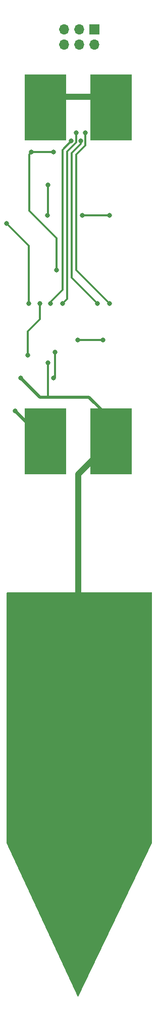
<source format=gbr>
%TF.GenerationSoftware,KiCad,Pcbnew,7.0.2*%
%TF.CreationDate,2023-05-10T23:17:19+02:00*%
%TF.ProjectId,ESPlant-Board,4553506c-616e-4742-9d42-6f6172642e6b,rev?*%
%TF.SameCoordinates,PX76c48e7PY1665c4c*%
%TF.FileFunction,Copper,L2,Bot*%
%TF.FilePolarity,Positive*%
%FSLAX46Y46*%
G04 Gerber Fmt 4.6, Leading zero omitted, Abs format (unit mm)*
G04 Created by KiCad (PCBNEW 7.0.2) date 2023-05-10 23:17:19*
%MOMM*%
%LPD*%
G01*
G04 APERTURE LIST*
%TA.AperFunction,ComponentPad*%
%ADD10R,1.700000X1.700000*%
%TD*%
%TA.AperFunction,ComponentPad*%
%ADD11O,1.700000X1.700000*%
%TD*%
%TA.AperFunction,SMDPad,CuDef*%
%ADD12R,7.000025X11.000025*%
%TD*%
%TA.AperFunction,ViaPad*%
%ADD13C,0.800000*%
%TD*%
%TA.AperFunction,Conductor*%
%ADD14C,0.300000*%
%TD*%
%TA.AperFunction,Conductor*%
%ADD15C,0.500000*%
%TD*%
%TA.AperFunction,Conductor*%
%ADD16C,1.000000*%
%TD*%
G04 APERTURE END LIST*
D10*
%TO.P,J2,1,Pin_1*%
%TO.N,+3.3V*%
X17182937Y-3440000D03*
D11*
%TO.P,J2,2,Pin_2*%
%TO.N,/TX*%
X17182937Y-5980000D03*
%TO.P,J2,3,Pin_3*%
%TO.N,/GPIO0*%
X14642937Y-3440000D03*
%TO.P,J2,4,Pin_4*%
%TO.N,/RX*%
X14642937Y-5980000D03*
%TO.P,J2,5,Pin_5*%
%TO.N,GND*%
X12102937Y-3440000D03*
%TO.P,J2,6,Pin_6*%
%TO.N,/GPIO2*%
X12102937Y-5980000D03*
%TD*%
D12*
%TO.P,BT1,1,+*%
%TO.N,+3.3V*%
X8942937Y-72220000D03*
%TO.P,BT1,2,-*%
%TO.N,Net-(BT1-+-Pad3)*%
X8942937Y-16469936D03*
%TO.P,BT1,3,+*%
X19942937Y-16469936D03*
%TO.P,BT1,4,-*%
%TO.N,GND*%
X19942937Y-72220000D03*
%TD*%
D13*
%TO.N,+3.3V*%
X3862937Y-67140000D03*
X10287687Y-61708750D03*
X18562937Y-55294000D03*
X14336937Y-55344000D03*
X10526937Y-57376000D03*
%TO.N,GND*%
X6142937Y-49220000D03*
X2462937Y-35880000D03*
X4762937Y-61640000D03*
X9362937Y-59154000D03*
%TO.N,/GPIO0*%
X11796937Y-49248000D03*
X14082937Y-20674484D03*
%TO.N,/TX*%
X15606937Y-20674484D03*
X19670937Y-49248000D03*
%TO.N,/GPIO2*%
X9764937Y-49248000D03*
X13298960Y-22048023D03*
%TO.N,/RX*%
X17638937Y-49248000D03*
X14832437Y-22087375D03*
%TO.N,/AD0*%
X7982937Y-49220000D03*
X5954937Y-57884000D03*
%TO.N,/GPIO4*%
X10780937Y-43660000D03*
X10282937Y-23920000D03*
X6602937Y-23920000D03*
%TO.N,/RST*%
X9362937Y-29440000D03*
X15098937Y-34516000D03*
X9256937Y-34516000D03*
X19670937Y-34516000D03*
%TD*%
D14*
%TO.N,+3.3V*%
X14336937Y-55344000D02*
X18512937Y-55344000D01*
X10526937Y-57376000D02*
X10526937Y-61469500D01*
X10526937Y-61469500D02*
X10287687Y-61708750D01*
D15*
X3862937Y-67140000D02*
X8942937Y-72220000D01*
D14*
%TO.N,GND*%
X2462937Y-35880000D02*
X6142937Y-39560000D01*
D15*
X19942937Y-72220000D02*
X19942937Y-68540000D01*
X19942937Y-68540000D02*
X16262937Y-64860000D01*
X7982937Y-64860000D02*
X4762937Y-61640000D01*
D16*
X14422937Y-104394484D02*
X14422937Y-77740000D01*
X14422937Y-77740000D02*
X19942937Y-72220000D01*
D15*
X14422937Y-106492868D02*
X14422937Y-104692868D01*
X9362937Y-64860000D02*
X7982937Y-64860000D01*
X16262937Y-64860000D02*
X9362937Y-64860000D01*
D14*
X6142937Y-39560000D02*
X6142937Y-49220000D01*
D15*
X14422937Y-104692868D02*
X14382937Y-104652868D01*
D14*
X9362937Y-59154000D02*
X9362937Y-64860000D01*
%TO.N,/GPIO0*%
X12558937Y-48486000D02*
X11796937Y-49248000D01*
X14082937Y-22324000D02*
X14082937Y-20674484D01*
X12558937Y-23848000D02*
X12558937Y-48486000D01*
X14082937Y-22324000D02*
X12558937Y-23848000D01*
%TO.N,/TX*%
X14082937Y-43660000D02*
X14082937Y-24356000D01*
X14082937Y-24356000D02*
X15606937Y-22832000D01*
X19670937Y-49248000D02*
X14082937Y-43660000D01*
X15606937Y-22832000D02*
X15606937Y-20674484D01*
%TO.N,/GPIO2*%
X11796937Y-46962000D02*
X11796937Y-23550046D01*
X9764937Y-48994000D02*
X11796937Y-46962000D01*
X11796937Y-23550046D02*
X13298960Y-22048023D01*
X9764937Y-49248000D02*
X9764937Y-48994000D01*
%TO.N,/RX*%
X13320937Y-24102000D02*
X13320937Y-44930000D01*
X14844937Y-22578000D02*
X14844937Y-22099875D01*
X13320937Y-44930000D02*
X17638937Y-49248000D01*
X14844937Y-22578000D02*
X13320937Y-24102000D01*
%TO.N,/AD0*%
X5954937Y-53914000D02*
X7982937Y-51886000D01*
X7982937Y-51886000D02*
X7982937Y-49220000D01*
X5954937Y-57884000D02*
X5954937Y-53914000D01*
%TO.N,/GPIO4*%
X6208937Y-33754000D02*
X10780937Y-38326000D01*
X10780937Y-38326000D02*
X10780937Y-43660000D01*
X6602937Y-23920000D02*
X6208937Y-24314000D01*
X6602937Y-23920000D02*
X10282937Y-23920000D01*
X6208937Y-24314000D02*
X6208937Y-33754000D01*
%TO.N,/RST*%
X15098937Y-34516000D02*
X19670937Y-34516000D01*
X9256937Y-34516000D02*
X9362937Y-34410000D01*
X9362937Y-34410000D02*
X9362937Y-29440000D01*
D16*
%TO.N,Net-(BT1-+-Pad3)*%
X18167485Y-14694484D02*
X19942937Y-16469936D01*
X8942937Y-16469936D02*
X10718389Y-14694484D01*
X10718389Y-14694484D02*
X18167485Y-14694484D01*
%TD*%
%TA.AperFunction,Conductor*%
%TO.N,GND*%
G36*
X26824631Y-97538306D02*
G01*
X26842937Y-97582500D01*
X26842937Y-139365719D01*
X26836735Y-139392863D01*
X14480300Y-165021023D01*
X14444617Y-165052881D01*
X14396858Y-165050177D01*
X14367315Y-165020199D01*
X2468749Y-139392518D01*
X2462937Y-139366199D01*
X2462937Y-97582500D01*
X2481243Y-97538306D01*
X2525437Y-97520000D01*
X26780437Y-97520000D01*
X26824631Y-97538306D01*
G37*
%TD.AperFunction*%
%TD*%
M02*

</source>
